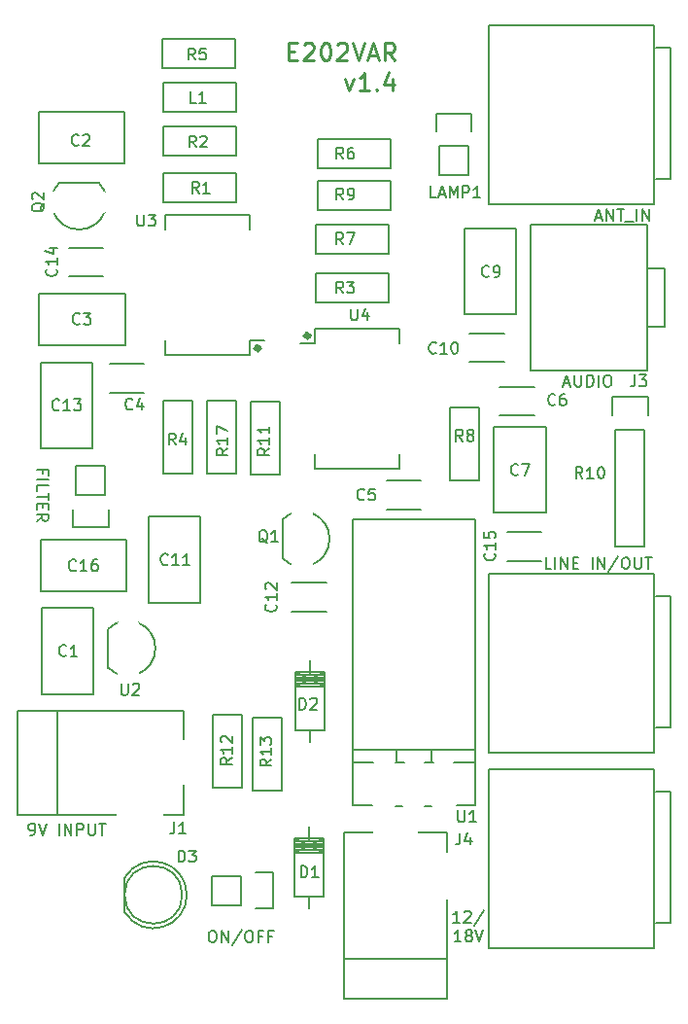
<source format=gto>
%TF.GenerationSoftware,KiCad,Pcbnew,4.0.5-e0-6337~49~ubuntu16.04.1*%
%TF.CreationDate,2017-03-14T11:59:08-07:00*%
%TF.ProjectId,e202var-vlf-radio-receiver,653230327661722D766C662D72616469,v1.4*%
%TF.FileFunction,Legend,Top*%
%FSLAX46Y46*%
G04 Gerber Fmt 4.6, Leading zero omitted, Abs format (unit mm)*
G04 Created by KiCad (PCBNEW 4.0.5-e0-6337~49~ubuntu16.04.1) date Tue Mar 14 11:59:08 2017*
%MOMM*%
%LPD*%
G01*
G04 APERTURE LIST*
%ADD10C,0.350000*%
%ADD11C,0.254000*%
%ADD12C,0.152400*%
%ADD13C,0.508000*%
%ADD14C,0.150000*%
%ADD15O,2.452400X1.752400*%
%ADD16R,2.184400X2.184400*%
%ADD17O,2.184400X2.184400*%
%ADD18C,2.151380*%
%ADD19R,1.752400X1.752400*%
%ADD20C,1.852400*%
%ADD21O,2.152000X1.552000*%
%ADD22O,1.552000X2.152000*%
%ADD23C,5.152400*%
%ADD24R,2.052400X2.152400*%
%ADD25C,2.052400*%
%ADD26R,2.152400X2.152400*%
%ADD27C,2.152400*%
%ADD28C,2.184400*%
%ADD29R,2.151380X2.151380*%
%ADD30C,4.152400*%
%ADD31C,2.336800*%
%ADD32O,7.152640X3.652520*%
%ADD33O,2.651760X1.752600*%
%ADD34O,1.851660X3.652520*%
%ADD35R,7.152400X10.152400*%
G04 APERTURE END LIST*
D10*
D11*
X97136857Y-48718289D02*
X97499714Y-49734289D01*
X97862572Y-48718289D01*
X99241429Y-49734289D02*
X98370572Y-49734289D01*
X98806000Y-49734289D02*
X98806000Y-48210289D01*
X98660857Y-48428003D01*
X98515715Y-48573146D01*
X98370572Y-48645717D01*
X99894572Y-49589146D02*
X99967144Y-49661717D01*
X99894572Y-49734289D01*
X99822001Y-49661717D01*
X99894572Y-49589146D01*
X99894572Y-49734289D01*
X101273429Y-48718289D02*
X101273429Y-49734289D01*
X100910572Y-48137717D02*
X100547715Y-49226289D01*
X101491143Y-49226289D01*
X92265499Y-46307103D02*
X92773499Y-46307103D01*
X92991213Y-47105389D02*
X92265499Y-47105389D01*
X92265499Y-45581389D01*
X92991213Y-45581389D01*
X93571785Y-45726531D02*
X93644356Y-45653960D01*
X93789499Y-45581389D01*
X94152356Y-45581389D01*
X94297499Y-45653960D01*
X94370070Y-45726531D01*
X94442642Y-45871674D01*
X94442642Y-46016817D01*
X94370070Y-46234531D01*
X93499213Y-47105389D01*
X94442642Y-47105389D01*
X95386071Y-45581389D02*
X95531214Y-45581389D01*
X95676357Y-45653960D01*
X95748928Y-45726531D01*
X95821499Y-45871674D01*
X95894071Y-46161960D01*
X95894071Y-46524817D01*
X95821499Y-46815103D01*
X95748928Y-46960246D01*
X95676357Y-47032817D01*
X95531214Y-47105389D01*
X95386071Y-47105389D01*
X95240928Y-47032817D01*
X95168357Y-46960246D01*
X95095785Y-46815103D01*
X95023214Y-46524817D01*
X95023214Y-46161960D01*
X95095785Y-45871674D01*
X95168357Y-45726531D01*
X95240928Y-45653960D01*
X95386071Y-45581389D01*
X96474643Y-45726531D02*
X96547214Y-45653960D01*
X96692357Y-45581389D01*
X97055214Y-45581389D01*
X97200357Y-45653960D01*
X97272928Y-45726531D01*
X97345500Y-45871674D01*
X97345500Y-46016817D01*
X97272928Y-46234531D01*
X96402071Y-47105389D01*
X97345500Y-47105389D01*
X97780929Y-45581389D02*
X98288929Y-47105389D01*
X98796929Y-45581389D01*
X99232358Y-46669960D02*
X99958072Y-46669960D01*
X99087215Y-47105389D02*
X99595215Y-45581389D01*
X100103215Y-47105389D01*
X101482072Y-47105389D02*
X100974072Y-46379674D01*
X100611215Y-47105389D02*
X100611215Y-45581389D01*
X101191787Y-45581389D01*
X101336929Y-45653960D01*
X101409501Y-45726531D01*
X101482072Y-45871674D01*
X101482072Y-46089389D01*
X101409501Y-46234531D01*
X101336929Y-46307103D01*
X101191787Y-46379674D01*
X100611215Y-46379674D01*
D12*
X69667967Y-114553879D02*
X69861491Y-114553879D01*
X69958252Y-114505498D01*
X70006633Y-114457117D01*
X70103395Y-114311974D01*
X70151776Y-114118450D01*
X70151776Y-113731403D01*
X70103395Y-113634641D01*
X70055014Y-113586260D01*
X69958252Y-113537879D01*
X69764729Y-113537879D01*
X69667967Y-113586260D01*
X69619586Y-113634641D01*
X69571205Y-113731403D01*
X69571205Y-113973308D01*
X69619586Y-114070070D01*
X69667967Y-114118450D01*
X69764729Y-114166831D01*
X69958252Y-114166831D01*
X70055014Y-114118450D01*
X70103395Y-114070070D01*
X70151776Y-113973308D01*
X70442062Y-113537879D02*
X70780729Y-114553879D01*
X71119395Y-113537879D01*
X72232157Y-114553879D02*
X72232157Y-113537879D01*
X72715967Y-114553879D02*
X72715967Y-113537879D01*
X73296538Y-114553879D01*
X73296538Y-113537879D01*
X73780348Y-114553879D02*
X73780348Y-113537879D01*
X74167395Y-113537879D01*
X74264157Y-113586260D01*
X74312538Y-113634641D01*
X74360919Y-113731403D01*
X74360919Y-113876546D01*
X74312538Y-113973308D01*
X74264157Y-114021689D01*
X74167395Y-114070070D01*
X73780348Y-114070070D01*
X74796348Y-113537879D02*
X74796348Y-114360355D01*
X74844729Y-114457117D01*
X74893110Y-114505498D01*
X74989872Y-114553879D01*
X75183395Y-114553879D01*
X75280157Y-114505498D01*
X75328538Y-114457117D01*
X75376919Y-114360355D01*
X75376919Y-113537879D01*
X75715586Y-113537879D02*
X76296157Y-113537879D01*
X76005872Y-114553879D02*
X76005872Y-113537879D01*
X116231610Y-75211093D02*
X116715419Y-75211093D01*
X116134848Y-75501379D02*
X116473515Y-74485379D01*
X116812181Y-75501379D01*
X117150848Y-74485379D02*
X117150848Y-75307855D01*
X117199229Y-75404617D01*
X117247610Y-75452998D01*
X117344372Y-75501379D01*
X117537895Y-75501379D01*
X117634657Y-75452998D01*
X117683038Y-75404617D01*
X117731419Y-75307855D01*
X117731419Y-74485379D01*
X118215229Y-75501379D02*
X118215229Y-74485379D01*
X118457134Y-74485379D01*
X118602276Y-74533760D01*
X118699038Y-74630522D01*
X118747419Y-74727284D01*
X118795800Y-74920808D01*
X118795800Y-75065950D01*
X118747419Y-75259474D01*
X118699038Y-75356236D01*
X118602276Y-75452998D01*
X118457134Y-75501379D01*
X118215229Y-75501379D01*
X119231229Y-75501379D02*
X119231229Y-74485379D01*
X119908563Y-74485379D02*
X120102086Y-74485379D01*
X120198848Y-74533760D01*
X120295610Y-74630522D01*
X120343991Y-74824046D01*
X120343991Y-75162712D01*
X120295610Y-75356236D01*
X120198848Y-75452998D01*
X120102086Y-75501379D01*
X119908563Y-75501379D01*
X119811801Y-75452998D01*
X119715039Y-75356236D01*
X119666658Y-75162712D01*
X119666658Y-74824046D01*
X119715039Y-74630522D01*
X119811801Y-74533760D01*
X119908563Y-74485379D01*
X115112800Y-91376379D02*
X114628991Y-91376379D01*
X114628991Y-90360379D01*
X115451467Y-91376379D02*
X115451467Y-90360379D01*
X115935277Y-91376379D02*
X115935277Y-90360379D01*
X116515848Y-91376379D01*
X116515848Y-90360379D01*
X116999658Y-90844189D02*
X117338324Y-90844189D01*
X117483467Y-91376379D02*
X116999658Y-91376379D01*
X116999658Y-90360379D01*
X117483467Y-90360379D01*
X118692991Y-91376379D02*
X118692991Y-90360379D01*
X119176801Y-91376379D02*
X119176801Y-90360379D01*
X119757372Y-91376379D01*
X119757372Y-90360379D01*
X120966896Y-90311998D02*
X120096039Y-91618284D01*
X121499087Y-90360379D02*
X121692610Y-90360379D01*
X121789372Y-90408760D01*
X121886134Y-90505522D01*
X121934515Y-90699046D01*
X121934515Y-91037712D01*
X121886134Y-91231236D01*
X121789372Y-91327998D01*
X121692610Y-91376379D01*
X121499087Y-91376379D01*
X121402325Y-91327998D01*
X121305563Y-91231236D01*
X121257182Y-91037712D01*
X121257182Y-90699046D01*
X121305563Y-90505522D01*
X121402325Y-90408760D01*
X121499087Y-90360379D01*
X122369944Y-90360379D02*
X122369944Y-91182855D01*
X122418325Y-91279617D01*
X122466706Y-91327998D01*
X122563468Y-91376379D01*
X122756991Y-91376379D01*
X122853753Y-91327998D01*
X122902134Y-91279617D01*
X122950515Y-91182855D01*
X122950515Y-90360379D01*
X123289182Y-90360379D02*
X123869753Y-90360379D01*
X123579468Y-91376379D02*
X123579468Y-90360379D01*
X119013515Y-60796593D02*
X119497324Y-60796593D01*
X118916753Y-61086879D02*
X119255420Y-60070879D01*
X119594086Y-61086879D01*
X119932753Y-61086879D02*
X119932753Y-60070879D01*
X120513324Y-61086879D01*
X120513324Y-60070879D01*
X120851991Y-60070879D02*
X121432562Y-60070879D01*
X121142277Y-61086879D02*
X121142277Y-60070879D01*
X121529324Y-61183641D02*
X122303419Y-61183641D01*
X122545324Y-61086879D02*
X122545324Y-60070879D01*
X123029134Y-61086879D02*
X123029134Y-60070879D01*
X123609705Y-61086879D01*
X123609705Y-60070879D01*
X107148086Y-122161179D02*
X106567515Y-122161179D01*
X106857801Y-122161179D02*
X106857801Y-121145179D01*
X106761039Y-121290322D01*
X106664277Y-121387084D01*
X106567515Y-121435465D01*
X107535134Y-121241941D02*
X107583515Y-121193560D01*
X107680277Y-121145179D01*
X107922181Y-121145179D01*
X108018943Y-121193560D01*
X108067324Y-121241941D01*
X108115705Y-121338703D01*
X108115705Y-121435465D01*
X108067324Y-121580608D01*
X107486753Y-122161179D01*
X108115705Y-122161179D01*
X109276848Y-121096798D02*
X108405991Y-122403084D01*
X107244848Y-123837579D02*
X106664277Y-123837579D01*
X106954563Y-123837579D02*
X106954563Y-122821579D01*
X106857801Y-122966722D01*
X106761039Y-123063484D01*
X106664277Y-123111865D01*
X107825420Y-123257008D02*
X107728658Y-123208627D01*
X107680277Y-123160246D01*
X107631896Y-123063484D01*
X107631896Y-123015103D01*
X107680277Y-122918341D01*
X107728658Y-122869960D01*
X107825420Y-122821579D01*
X108018943Y-122821579D01*
X108115705Y-122869960D01*
X108164086Y-122918341D01*
X108212467Y-123015103D01*
X108212467Y-123063484D01*
X108164086Y-123160246D01*
X108115705Y-123208627D01*
X108018943Y-123257008D01*
X107825420Y-123257008D01*
X107728658Y-123305389D01*
X107680277Y-123353770D01*
X107631896Y-123450531D01*
X107631896Y-123644055D01*
X107680277Y-123740817D01*
X107728658Y-123789198D01*
X107825420Y-123837579D01*
X108018943Y-123837579D01*
X108115705Y-123789198D01*
X108164086Y-123740817D01*
X108212467Y-123644055D01*
X108212467Y-123450531D01*
X108164086Y-123353770D01*
X108115705Y-123305389D01*
X108018943Y-123257008D01*
X108502753Y-122821579D02*
X108841420Y-123837579D01*
X109180086Y-122821579D01*
X70798871Y-83085093D02*
X70798871Y-82746427D01*
X70266681Y-82746427D02*
X71282681Y-82746427D01*
X71282681Y-83230236D01*
X70266681Y-83617284D02*
X71282681Y-83617284D01*
X70266681Y-84584903D02*
X70266681Y-84101094D01*
X71282681Y-84101094D01*
X71282681Y-84778427D02*
X71282681Y-85358998D01*
X70266681Y-85068713D02*
X71282681Y-85068713D01*
X70798871Y-85697665D02*
X70798871Y-86036331D01*
X70266681Y-86181474D02*
X70266681Y-85697665D01*
X71282681Y-85697665D01*
X71282681Y-86181474D01*
X70266681Y-87197474D02*
X70750490Y-86858808D01*
X70266681Y-86616903D02*
X71282681Y-86616903D01*
X71282681Y-87003950D01*
X71234300Y-87100712D01*
X71185919Y-87149093D01*
X71089157Y-87197474D01*
X70944014Y-87197474D01*
X70847252Y-87149093D01*
X70798871Y-87100712D01*
X70750490Y-87003950D01*
X70750490Y-86616903D01*
X85502690Y-122872379D02*
X85696213Y-122872379D01*
X85792975Y-122920760D01*
X85889737Y-123017522D01*
X85938118Y-123211046D01*
X85938118Y-123549712D01*
X85889737Y-123743236D01*
X85792975Y-123839998D01*
X85696213Y-123888379D01*
X85502690Y-123888379D01*
X85405928Y-123839998D01*
X85309166Y-123743236D01*
X85260785Y-123549712D01*
X85260785Y-123211046D01*
X85309166Y-123017522D01*
X85405928Y-122920760D01*
X85502690Y-122872379D01*
X86373547Y-123888379D02*
X86373547Y-122872379D01*
X86954118Y-123888379D01*
X86954118Y-122872379D01*
X88163642Y-122823998D02*
X87292785Y-124130284D01*
X88695833Y-122872379D02*
X88889356Y-122872379D01*
X88986118Y-122920760D01*
X89082880Y-123017522D01*
X89131261Y-123211046D01*
X89131261Y-123549712D01*
X89082880Y-123743236D01*
X88986118Y-123839998D01*
X88889356Y-123888379D01*
X88695833Y-123888379D01*
X88599071Y-123839998D01*
X88502309Y-123743236D01*
X88453928Y-123549712D01*
X88453928Y-123211046D01*
X88502309Y-123017522D01*
X88599071Y-122920760D01*
X88695833Y-122872379D01*
X89905356Y-123356189D02*
X89566690Y-123356189D01*
X89566690Y-123888379D02*
X89566690Y-122872379D01*
X90050499Y-122872379D01*
X90776213Y-123356189D02*
X90437547Y-123356189D01*
X90437547Y-123888379D02*
X90437547Y-122872379D01*
X90921356Y-122872379D01*
D13*
X89662786Y-72161400D02*
G75*
G03X89662786Y-72161400I-148106J0D01*
G01*
D14*
X88820880Y-72754600D02*
X88820880Y-71484600D01*
X81470880Y-72754600D02*
X81470880Y-71484600D01*
X81470880Y-60544600D02*
X81470880Y-61814600D01*
X88820880Y-60544600D02*
X88820880Y-61814600D01*
X88820880Y-72754600D02*
X81470880Y-72754600D01*
X88820880Y-60544600D02*
X81470880Y-60544600D01*
X88820880Y-71484600D02*
X90105880Y-71484600D01*
X73710800Y-84947760D02*
X73710800Y-82407760D01*
X73430800Y-87767760D02*
X73430800Y-86217760D01*
X73710800Y-84947760D02*
X76250800Y-84947760D01*
X76530800Y-86217760D02*
X76530800Y-87767760D01*
X76530800Y-87767760D02*
X73430800Y-87767760D01*
X76250800Y-84947760D02*
X76250800Y-82407760D01*
X76250800Y-82407760D02*
X73710800Y-82407760D01*
X89077800Y-110648260D02*
X89077800Y-104298260D01*
X89077800Y-104298260D02*
X91617800Y-104298260D01*
X91617800Y-104298260D02*
X91617800Y-110648260D01*
X91617800Y-110648260D02*
X89077800Y-110648260D01*
X81335880Y-52862480D02*
X87685880Y-52862480D01*
X87685880Y-52862480D02*
X87685880Y-55402480D01*
X87685880Y-55402480D02*
X81335880Y-55402480D01*
X81335880Y-55402480D02*
X81335880Y-52862480D01*
X79635800Y-76037760D02*
X76635800Y-76037760D01*
X76635800Y-73537760D02*
X79635800Y-73537760D01*
X103765800Y-86197760D02*
X100765800Y-86197760D01*
X100765800Y-83697760D02*
X103765800Y-83697760D01*
X113608300Y-78006260D02*
X110608300Y-78006260D01*
X110608300Y-75506260D02*
X113608300Y-75506260D01*
X108004800Y-70870760D02*
X111004800Y-70870760D01*
X111004800Y-73370760D02*
X108004800Y-73370760D01*
X92510800Y-92587760D02*
X95510800Y-92587760D01*
X95510800Y-95087760D02*
X92510800Y-95087760D01*
X88069420Y-120634760D02*
X85529420Y-120634760D01*
X90889420Y-120914760D02*
X89339420Y-120914760D01*
X88069420Y-120634760D02*
X88069420Y-118094760D01*
X89339420Y-117814760D02*
X90889420Y-117814760D01*
X90889420Y-117814760D02*
X90889420Y-120914760D01*
X88069420Y-118094760D02*
X85529420Y-118094760D01*
X85529420Y-118094760D02*
X85529420Y-120634760D01*
X107878880Y-54564280D02*
X107878880Y-57104280D01*
X108158880Y-51744280D02*
X108158880Y-53294280D01*
X107878880Y-54564280D02*
X105338880Y-54564280D01*
X105058880Y-53294280D02*
X105058880Y-51744280D01*
X105058880Y-51744280D02*
X108158880Y-51744280D01*
X105338880Y-54564280D02*
X105338880Y-57104280D01*
X105338880Y-57104280D02*
X107878880Y-57104280D01*
X91695800Y-87057760D02*
X91695800Y-90457760D01*
X91698744Y-87060704D02*
G75*
G02X95795800Y-88757760I1697056J-1697056D01*
G01*
X91698744Y-90454816D02*
G75*
G03X95795800Y-88757760I1697056J1697056D01*
G01*
X75664800Y-57720760D02*
X72264800Y-57720760D01*
X75661856Y-57723704D02*
G75*
G02X73964800Y-61820760I-1697056J-1697056D01*
G01*
X72267744Y-57723704D02*
G75*
G03X73964800Y-61820760I1697056J-1697056D01*
G01*
X87680800Y-59420760D02*
X81330800Y-59420760D01*
X81330800Y-59420760D02*
X81330800Y-56880760D01*
X81330800Y-56880760D02*
X87680800Y-56880760D01*
X87680800Y-56880760D02*
X87680800Y-59420760D01*
X94614220Y-65653920D02*
X100964220Y-65653920D01*
X100964220Y-65653920D02*
X100964220Y-68193920D01*
X100964220Y-68193920D02*
X94614220Y-68193920D01*
X94614220Y-68193920D02*
X94614220Y-65653920D01*
X83870800Y-76692760D02*
X83870800Y-83042760D01*
X83870800Y-83042760D02*
X81330800Y-83042760D01*
X81330800Y-83042760D02*
X81330800Y-76692760D01*
X81330800Y-76692760D02*
X83870800Y-76692760D01*
X81236040Y-45189140D02*
X87586040Y-45189140D01*
X87586040Y-45189140D02*
X87586040Y-47729140D01*
X87586040Y-47729140D02*
X81236040Y-47729140D01*
X81236040Y-47729140D02*
X81236040Y-45189140D01*
X101133420Y-56471820D02*
X94783420Y-56471820D01*
X94783420Y-56471820D02*
X94783420Y-53931820D01*
X94783420Y-53931820D02*
X101133420Y-53931820D01*
X101133420Y-53931820D02*
X101133420Y-56471820D01*
X94630240Y-61414660D02*
X100980240Y-61414660D01*
X100980240Y-61414660D02*
X100980240Y-63954660D01*
X100980240Y-63954660D02*
X94630240Y-63954660D01*
X94630240Y-63954660D02*
X94630240Y-61414660D01*
X108826300Y-77327760D02*
X108826300Y-83677760D01*
X108826300Y-83677760D02*
X106286300Y-83677760D01*
X106286300Y-83677760D02*
X106286300Y-77327760D01*
X106286300Y-77327760D02*
X108826300Y-77327760D01*
X101133420Y-60137040D02*
X94783420Y-60137040D01*
X94783420Y-60137040D02*
X94783420Y-57597040D01*
X94783420Y-57597040D02*
X101133420Y-57597040D01*
X101133420Y-57597040D02*
X101133420Y-60137040D01*
X88950800Y-83152760D02*
X88950800Y-76802760D01*
X88950800Y-76802760D02*
X91490800Y-76802760D01*
X91490800Y-76802760D02*
X91490800Y-83152760D01*
X91490800Y-83152760D02*
X88950800Y-83152760D01*
X88125300Y-104061260D02*
X88125300Y-110411260D01*
X88125300Y-110411260D02*
X85585300Y-110411260D01*
X85585300Y-110411260D02*
X85585300Y-104061260D01*
X85585300Y-104061260D02*
X88125300Y-104061260D01*
X85140800Y-83042760D02*
X85140800Y-76692760D01*
X85140800Y-76692760D02*
X87680800Y-76692760D01*
X87680800Y-76692760D02*
X87680800Y-83042760D01*
X87680800Y-83042760D02*
X85140800Y-83042760D01*
X76519300Y-96582760D02*
X76519300Y-99982760D01*
X76522244Y-96585704D02*
G75*
G02X80619300Y-98282760I1697056J-1697056D01*
G01*
X76522244Y-99979816D02*
G75*
G03X80619300Y-98282760I1697056J1697056D01*
G01*
X87680800Y-51546760D02*
X81330800Y-51546760D01*
X81330800Y-51546760D02*
X81330800Y-49006760D01*
X81330800Y-49006760D02*
X87680800Y-49006760D01*
X87680800Y-49006760D02*
X87680800Y-51546760D01*
X77956912Y-121270664D02*
G75*
G03X77941800Y-118245760I2484888J1524904D01*
G01*
X77941800Y-121245760D02*
X77941800Y-118245760D01*
X82959736Y-119745760D02*
G75*
G03X82959736Y-119745760I-2517936J0D01*
G01*
X84533300Y-86825760D02*
X84533300Y-94325760D01*
X84533300Y-94325760D02*
X80033300Y-94325760D01*
X80033300Y-94325760D02*
X80033300Y-86825760D01*
X80033300Y-86825760D02*
X84533300Y-86825760D01*
D13*
X93990946Y-71071740D02*
G75*
G03X93990946Y-71071740I-148106J0D01*
G01*
D14*
X94536640Y-70478540D02*
X94536640Y-71748540D01*
X101886640Y-70478540D02*
X101886640Y-71748540D01*
X101886640Y-82688540D02*
X101886640Y-81418540D01*
X94536640Y-82688540D02*
X94536640Y-81418540D01*
X94536640Y-70478540D02*
X101886640Y-70478540D01*
X94536640Y-82688540D02*
X101886640Y-82688540D01*
X94536640Y-71748540D02*
X93251640Y-71748540D01*
X120420800Y-77962760D02*
X120420800Y-76412760D01*
X120420800Y-76412760D02*
X123520800Y-76412760D01*
X123520800Y-76412760D02*
X123520800Y-77962760D01*
X123240800Y-79232760D02*
X123240800Y-89392760D01*
X123240800Y-89392760D02*
X120700800Y-89392760D01*
X120700800Y-89392760D02*
X120700800Y-79232760D01*
X123240800Y-79232760D02*
X120700800Y-79232760D01*
X94066360Y-105407460D02*
X94066360Y-106423460D01*
X94066360Y-100581460D02*
X94066360Y-99311460D01*
X95336360Y-100835460D02*
X92796360Y-100835460D01*
X95336360Y-101089460D02*
X92796360Y-101089460D01*
X95336360Y-101343460D02*
X92796360Y-101343460D01*
X95336360Y-100581460D02*
X92796360Y-100581460D01*
X95336360Y-101597460D02*
X92796360Y-100327460D01*
X95336360Y-100327460D02*
X92796360Y-101597460D01*
X95336360Y-101597460D02*
X92796360Y-101597460D01*
X95336360Y-100962460D02*
X92796360Y-100962460D01*
X92796360Y-100327460D02*
X95336360Y-100327460D01*
X95336360Y-100327460D02*
X95336360Y-105407460D01*
X95336360Y-105407460D02*
X92796360Y-105407460D01*
X92796360Y-105407460D02*
X92796360Y-100327460D01*
X94030800Y-119872760D02*
X94030800Y-120888760D01*
X94030800Y-115046760D02*
X94030800Y-113776760D01*
X95300800Y-115300760D02*
X92760800Y-115300760D01*
X95300800Y-115554760D02*
X92760800Y-115554760D01*
X95300800Y-115808760D02*
X92760800Y-115808760D01*
X95300800Y-115046760D02*
X92760800Y-115046760D01*
X95300800Y-116062760D02*
X92760800Y-114792760D01*
X95300800Y-114792760D02*
X92760800Y-116062760D01*
X95300800Y-116062760D02*
X92760800Y-116062760D01*
X95300800Y-115427760D02*
X92760800Y-115427760D01*
X92760800Y-114792760D02*
X95300800Y-114792760D01*
X95300800Y-114792760D02*
X95300800Y-119872760D01*
X95300800Y-119872760D02*
X92760800Y-119872760D01*
X92760800Y-119872760D02*
X92760800Y-114792760D01*
X78119300Y-93357260D02*
X70619300Y-93357260D01*
X70619300Y-93357260D02*
X70619300Y-88857260D01*
X70619300Y-88857260D02*
X78119300Y-88857260D01*
X78119300Y-88857260D02*
X78119300Y-93357260D01*
X75148000Y-73412020D02*
X75148000Y-80912020D01*
X75148000Y-80912020D02*
X70648000Y-80912020D01*
X70648000Y-80912020D02*
X70648000Y-73412020D01*
X70648000Y-73412020D02*
X75148000Y-73412020D01*
X107528800Y-69226760D02*
X107528800Y-61726760D01*
X107528800Y-61726760D02*
X112028800Y-61726760D01*
X112028800Y-61726760D02*
X112028800Y-69226760D01*
X112028800Y-69226760D02*
X107528800Y-69226760D01*
X114632300Y-78998760D02*
X114632300Y-86498760D01*
X114632300Y-86498760D02*
X110132300Y-86498760D01*
X110132300Y-86498760D02*
X110132300Y-78998760D01*
X110132300Y-78998760D02*
X114632300Y-78998760D01*
X70489760Y-67376480D02*
X77989760Y-67376480D01*
X77989760Y-67376480D02*
X77989760Y-71876480D01*
X77989760Y-71876480D02*
X70489760Y-71876480D01*
X70489760Y-71876480D02*
X70489760Y-67376480D01*
X77928800Y-56082760D02*
X70428800Y-56082760D01*
X70428800Y-56082760D02*
X70428800Y-51582760D01*
X70428800Y-51582760D02*
X77928800Y-51582760D01*
X77928800Y-51582760D02*
X77928800Y-56082760D01*
X75198800Y-94763260D02*
X75198800Y-102263260D01*
X75198800Y-102263260D02*
X70698800Y-102263260D01*
X70698800Y-102263260D02*
X70698800Y-94763260D01*
X70698800Y-94763260D02*
X75198800Y-94763260D01*
X72082660Y-103751380D02*
X72082660Y-112753140D01*
X68582540Y-103751380D02*
X68582540Y-112753140D01*
X68582540Y-112753140D02*
X83083400Y-112753140D01*
X83083400Y-112753140D02*
X83083400Y-103751380D01*
X83083400Y-103751380D02*
X68582540Y-103751380D01*
X97022920Y-125295660D02*
X106024680Y-125295660D01*
X97022920Y-128795780D02*
X106024680Y-128795780D01*
X106024680Y-128795780D02*
X106024680Y-114294920D01*
X106024680Y-114294920D02*
X97022920Y-114294920D01*
X97022920Y-114294920D02*
X97022920Y-128795780D01*
D12*
X124985780Y-65244980D02*
X123461780Y-65244980D01*
X124985780Y-70324980D02*
X124985780Y-65244980D01*
X123461780Y-70324980D02*
X124985780Y-70324980D01*
X123461780Y-61434980D02*
X113301780Y-61434980D01*
X123461780Y-74134980D02*
X123461780Y-61434980D01*
X113301780Y-74134980D02*
X123461780Y-74134980D01*
X113301780Y-61434980D02*
X113301780Y-74134980D01*
X125526800Y-110728760D02*
X124256800Y-110728760D01*
X125526800Y-122158760D02*
X125526800Y-110728760D01*
X124256800Y-122158760D02*
X125526800Y-122158760D01*
D14*
X109689900Y-108770420D02*
X109689900Y-124371100D01*
X109689900Y-124371100D02*
X124091700Y-124371100D01*
X124091700Y-124371100D02*
X124091700Y-108770420D01*
X124091700Y-108770420D02*
X109689900Y-108770420D01*
D12*
X125501400Y-45976540D02*
X124231400Y-45976540D01*
X125501400Y-57406540D02*
X125501400Y-45976540D01*
X124231400Y-57406540D02*
X125501400Y-57406540D01*
D14*
X109664500Y-44018200D02*
X109664500Y-59618880D01*
X109664500Y-59618880D02*
X124066300Y-59618880D01*
X124066300Y-59618880D02*
X124066300Y-44018200D01*
X124066300Y-44018200D02*
X109664500Y-44018200D01*
D12*
X125526800Y-93710760D02*
X124256800Y-93710760D01*
X125526800Y-105140760D02*
X125526800Y-93710760D01*
X124256800Y-105140760D02*
X125526800Y-105140760D01*
D14*
X109689900Y-91752420D02*
X109689900Y-107353100D01*
X109689900Y-107353100D02*
X124091700Y-107353100D01*
X124091700Y-107353100D02*
X124091700Y-91752420D01*
X124091700Y-91752420D02*
X109689900Y-91752420D01*
D12*
X97840800Y-87043260D02*
X108508800Y-87043260D01*
X108508800Y-107109260D02*
X108508800Y-87043260D01*
D14*
X108508800Y-108252260D02*
X106603800Y-108252260D01*
X104063800Y-108252260D02*
X104825800Y-108252260D01*
X101650800Y-108252260D02*
X101523800Y-108252260D01*
X101650800Y-108252260D02*
X102285800Y-108252260D01*
X97840800Y-108252260D02*
X99618800Y-108252260D01*
X97840800Y-111935260D02*
X99491800Y-111935260D01*
X102158800Y-112062260D02*
X101523800Y-112062260D01*
X104698800Y-112062260D02*
X104063800Y-112062260D01*
X108508800Y-111935260D02*
X106857800Y-111935260D01*
X101650800Y-107109260D02*
X101650800Y-108252260D01*
X104698800Y-107109260D02*
X104698800Y-108252260D01*
X108508800Y-108252260D02*
X108508800Y-111935260D01*
X97840800Y-111935260D02*
X97840800Y-108252260D01*
X108508800Y-107109260D02*
X108508800Y-108252260D01*
X97840800Y-108252260D02*
X97840800Y-107109260D01*
X103174800Y-107109260D02*
X97840800Y-107109260D01*
X103174800Y-107109260D02*
X108508800Y-107109260D01*
D12*
X97840800Y-107109260D02*
X97840800Y-87043260D01*
D14*
X76056300Y-65915860D02*
X73056300Y-65915860D01*
X73056300Y-63415860D02*
X76056300Y-63415860D01*
X114243300Y-90680860D02*
X111243300Y-90680860D01*
X111243300Y-88180860D02*
X114243300Y-88180860D01*
X79044895Y-60524141D02*
X79044895Y-61333665D01*
X79092514Y-61428903D01*
X79140133Y-61476522D01*
X79235371Y-61524141D01*
X79425848Y-61524141D01*
X79521086Y-61476522D01*
X79568705Y-61428903D01*
X79616324Y-61333665D01*
X79616324Y-60524141D01*
X79997276Y-60524141D02*
X80616324Y-60524141D01*
X80282990Y-60905093D01*
X80425848Y-60905093D01*
X80521086Y-60952712D01*
X80568705Y-61000331D01*
X80616324Y-61095570D01*
X80616324Y-61333665D01*
X80568705Y-61428903D01*
X80521086Y-61476522D01*
X80425848Y-61524141D01*
X80140133Y-61524141D01*
X80044895Y-61476522D01*
X79997276Y-61428903D01*
X90736681Y-107942617D02*
X90260490Y-108275951D01*
X90736681Y-108514046D02*
X89736681Y-108514046D01*
X89736681Y-108133093D01*
X89784300Y-108037855D01*
X89831919Y-107990236D01*
X89927157Y-107942617D01*
X90070014Y-107942617D01*
X90165252Y-107990236D01*
X90212871Y-108037855D01*
X90260490Y-108133093D01*
X90260490Y-108514046D01*
X90736681Y-106990236D02*
X90736681Y-107561665D01*
X90736681Y-107275951D02*
X89736681Y-107275951D01*
X89879538Y-107371189D01*
X89974776Y-107466427D01*
X90022395Y-107561665D01*
X89736681Y-106656903D02*
X89736681Y-106037855D01*
X90117633Y-106371189D01*
X90117633Y-106228331D01*
X90165252Y-106133093D01*
X90212871Y-106085474D01*
X90308110Y-106037855D01*
X90546205Y-106037855D01*
X90641443Y-106085474D01*
X90689062Y-106133093D01*
X90736681Y-106228331D01*
X90736681Y-106514046D01*
X90689062Y-106609284D01*
X90641443Y-106656903D01*
X84148634Y-54666141D02*
X83815300Y-54189950D01*
X83577205Y-54666141D02*
X83577205Y-53666141D01*
X83958158Y-53666141D01*
X84053396Y-53713760D01*
X84101015Y-53761379D01*
X84148634Y-53856617D01*
X84148634Y-53999474D01*
X84101015Y-54094712D01*
X84053396Y-54142331D01*
X83958158Y-54189950D01*
X83577205Y-54189950D01*
X84529586Y-53761379D02*
X84577205Y-53713760D01*
X84672443Y-53666141D01*
X84910539Y-53666141D01*
X85005777Y-53713760D01*
X85053396Y-53761379D01*
X85101015Y-53856617D01*
X85101015Y-53951855D01*
X85053396Y-54094712D01*
X84481967Y-54666141D01*
X85101015Y-54666141D01*
X78624134Y-77430903D02*
X78576515Y-77478522D01*
X78433658Y-77526141D01*
X78338420Y-77526141D01*
X78195562Y-77478522D01*
X78100324Y-77383284D01*
X78052705Y-77288046D01*
X78005086Y-77097570D01*
X78005086Y-76954712D01*
X78052705Y-76764236D01*
X78100324Y-76668998D01*
X78195562Y-76573760D01*
X78338420Y-76526141D01*
X78433658Y-76526141D01*
X78576515Y-76573760D01*
X78624134Y-76621379D01*
X79481277Y-76859474D02*
X79481277Y-77526141D01*
X79243181Y-76478522D02*
X79005086Y-77192808D01*
X79624134Y-77192808D01*
X98817134Y-85304903D02*
X98769515Y-85352522D01*
X98626658Y-85400141D01*
X98531420Y-85400141D01*
X98388562Y-85352522D01*
X98293324Y-85257284D01*
X98245705Y-85162046D01*
X98198086Y-84971570D01*
X98198086Y-84828712D01*
X98245705Y-84638236D01*
X98293324Y-84542998D01*
X98388562Y-84447760D01*
X98531420Y-84400141D01*
X98626658Y-84400141D01*
X98769515Y-84447760D01*
X98817134Y-84495379D01*
X99721896Y-84400141D02*
X99245705Y-84400141D01*
X99198086Y-84876331D01*
X99245705Y-84828712D01*
X99340943Y-84781093D01*
X99579039Y-84781093D01*
X99674277Y-84828712D01*
X99721896Y-84876331D01*
X99769515Y-84971570D01*
X99769515Y-85209665D01*
X99721896Y-85304903D01*
X99674277Y-85352522D01*
X99579039Y-85400141D01*
X99340943Y-85400141D01*
X99245705Y-85352522D01*
X99198086Y-85304903D01*
X115454134Y-77049903D02*
X115406515Y-77097522D01*
X115263658Y-77145141D01*
X115168420Y-77145141D01*
X115025562Y-77097522D01*
X114930324Y-77002284D01*
X114882705Y-76907046D01*
X114835086Y-76716570D01*
X114835086Y-76573712D01*
X114882705Y-76383236D01*
X114930324Y-76287998D01*
X115025562Y-76192760D01*
X115168420Y-76145141D01*
X115263658Y-76145141D01*
X115406515Y-76192760D01*
X115454134Y-76240379D01*
X116311277Y-76145141D02*
X116120800Y-76145141D01*
X116025562Y-76192760D01*
X115977943Y-76240379D01*
X115882705Y-76383236D01*
X115835086Y-76573712D01*
X115835086Y-76954665D01*
X115882705Y-77049903D01*
X115930324Y-77097522D01*
X116025562Y-77145141D01*
X116216039Y-77145141D01*
X116311277Y-77097522D01*
X116358896Y-77049903D01*
X116406515Y-76954665D01*
X116406515Y-76716570D01*
X116358896Y-76621331D01*
X116311277Y-76573712D01*
X116216039Y-76526093D01*
X116025562Y-76526093D01*
X115930324Y-76573712D01*
X115882705Y-76621331D01*
X115835086Y-76716570D01*
X105071943Y-72541403D02*
X105024324Y-72589022D01*
X104881467Y-72636641D01*
X104786229Y-72636641D01*
X104643371Y-72589022D01*
X104548133Y-72493784D01*
X104500514Y-72398546D01*
X104452895Y-72208070D01*
X104452895Y-72065212D01*
X104500514Y-71874736D01*
X104548133Y-71779498D01*
X104643371Y-71684260D01*
X104786229Y-71636641D01*
X104881467Y-71636641D01*
X105024324Y-71684260D01*
X105071943Y-71731879D01*
X106024324Y-72636641D02*
X105452895Y-72636641D01*
X105738609Y-72636641D02*
X105738609Y-71636641D01*
X105643371Y-71779498D01*
X105548133Y-71874736D01*
X105452895Y-71922355D01*
X106643371Y-71636641D02*
X106738610Y-71636641D01*
X106833848Y-71684260D01*
X106881467Y-71731879D01*
X106929086Y-71827117D01*
X106976705Y-72017593D01*
X106976705Y-72255689D01*
X106929086Y-72446165D01*
X106881467Y-72541403D01*
X106833848Y-72589022D01*
X106738610Y-72636641D01*
X106643371Y-72636641D01*
X106548133Y-72589022D01*
X106500514Y-72541403D01*
X106452895Y-72446165D01*
X106405276Y-72255689D01*
X106405276Y-72017593D01*
X106452895Y-71827117D01*
X106500514Y-71731879D01*
X106548133Y-71684260D01*
X106643371Y-71636641D01*
X91085943Y-94480617D02*
X91133562Y-94528236D01*
X91181181Y-94671093D01*
X91181181Y-94766331D01*
X91133562Y-94909189D01*
X91038324Y-95004427D01*
X90943086Y-95052046D01*
X90752610Y-95099665D01*
X90609752Y-95099665D01*
X90419276Y-95052046D01*
X90324038Y-95004427D01*
X90228800Y-94909189D01*
X90181181Y-94766331D01*
X90181181Y-94671093D01*
X90228800Y-94528236D01*
X90276419Y-94480617D01*
X91181181Y-93528236D02*
X91181181Y-94099665D01*
X91181181Y-93813951D02*
X90181181Y-93813951D01*
X90324038Y-93909189D01*
X90419276Y-94004427D01*
X90466895Y-94099665D01*
X90276419Y-93147284D02*
X90228800Y-93099665D01*
X90181181Y-93004427D01*
X90181181Y-92766331D01*
X90228800Y-92671093D01*
X90276419Y-92623474D01*
X90371657Y-92575855D01*
X90466895Y-92575855D01*
X90609752Y-92623474D01*
X91181181Y-93194903D01*
X91181181Y-92575855D01*
X105064134Y-59047641D02*
X104587943Y-59047641D01*
X104587943Y-58047641D01*
X105349848Y-58761927D02*
X105826039Y-58761927D01*
X105254610Y-59047641D02*
X105587943Y-58047641D01*
X105921277Y-59047641D01*
X106254610Y-59047641D02*
X106254610Y-58047641D01*
X106587944Y-58761927D01*
X106921277Y-58047641D01*
X106921277Y-59047641D01*
X107397467Y-59047641D02*
X107397467Y-58047641D01*
X107778420Y-58047641D01*
X107873658Y-58095260D01*
X107921277Y-58142879D01*
X107968896Y-58238117D01*
X107968896Y-58380974D01*
X107921277Y-58476212D01*
X107873658Y-58523831D01*
X107778420Y-58571450D01*
X107397467Y-58571450D01*
X108921277Y-59047641D02*
X108349848Y-59047641D01*
X108635562Y-59047641D02*
X108635562Y-58047641D01*
X108540324Y-58190498D01*
X108445086Y-58285736D01*
X108349848Y-58333355D01*
X90379562Y-89114879D02*
X90284324Y-89067260D01*
X90189086Y-88972022D01*
X90046229Y-88829165D01*
X89950990Y-88781546D01*
X89855752Y-88781546D01*
X89903371Y-89019641D02*
X89808133Y-88972022D01*
X89712895Y-88876784D01*
X89665276Y-88686308D01*
X89665276Y-88352974D01*
X89712895Y-88162498D01*
X89808133Y-88067260D01*
X89903371Y-88019641D01*
X90093848Y-88019641D01*
X90189086Y-88067260D01*
X90284324Y-88162498D01*
X90331943Y-88352974D01*
X90331943Y-88686308D01*
X90284324Y-88876784D01*
X90189086Y-88972022D01*
X90093848Y-89019641D01*
X89903371Y-89019641D01*
X91284324Y-89019641D02*
X90712895Y-89019641D01*
X90998609Y-89019641D02*
X90998609Y-88019641D01*
X90903371Y-88162498D01*
X90808133Y-88257736D01*
X90712895Y-88305355D01*
X70956419Y-59515998D02*
X70908800Y-59611236D01*
X70813562Y-59706474D01*
X70670705Y-59849331D01*
X70623086Y-59944570D01*
X70623086Y-60039808D01*
X70861181Y-59992189D02*
X70813562Y-60087427D01*
X70718324Y-60182665D01*
X70527848Y-60230284D01*
X70194514Y-60230284D01*
X70004038Y-60182665D01*
X69908800Y-60087427D01*
X69861181Y-59992189D01*
X69861181Y-59801712D01*
X69908800Y-59706474D01*
X70004038Y-59611236D01*
X70194514Y-59563617D01*
X70527848Y-59563617D01*
X70718324Y-59611236D01*
X70813562Y-59706474D01*
X70861181Y-59801712D01*
X70861181Y-59992189D01*
X69956419Y-59182665D02*
X69908800Y-59135046D01*
X69861181Y-59039808D01*
X69861181Y-58801712D01*
X69908800Y-58706474D01*
X69956419Y-58658855D01*
X70051657Y-58611236D01*
X70146895Y-58611236D01*
X70289752Y-58658855D01*
X70861181Y-59230284D01*
X70861181Y-58611236D01*
X84402634Y-58666641D02*
X84069300Y-58190450D01*
X83831205Y-58666641D02*
X83831205Y-57666641D01*
X84212158Y-57666641D01*
X84307396Y-57714260D01*
X84355015Y-57761879D01*
X84402634Y-57857117D01*
X84402634Y-57999974D01*
X84355015Y-58095212D01*
X84307396Y-58142831D01*
X84212158Y-58190450D01*
X83831205Y-58190450D01*
X85355015Y-58666641D02*
X84783586Y-58666641D01*
X85069300Y-58666641D02*
X85069300Y-57666641D01*
X84974062Y-57809498D01*
X84878824Y-57904736D01*
X84783586Y-57952355D01*
X96975634Y-67366141D02*
X96642300Y-66889950D01*
X96404205Y-67366141D02*
X96404205Y-66366141D01*
X96785158Y-66366141D01*
X96880396Y-66413760D01*
X96928015Y-66461379D01*
X96975634Y-66556617D01*
X96975634Y-66699474D01*
X96928015Y-66794712D01*
X96880396Y-66842331D01*
X96785158Y-66889950D01*
X96404205Y-66889950D01*
X97308967Y-66366141D02*
X97928015Y-66366141D01*
X97594681Y-66747093D01*
X97737539Y-66747093D01*
X97832777Y-66794712D01*
X97880396Y-66842331D01*
X97928015Y-66937570D01*
X97928015Y-67175665D01*
X97880396Y-67270903D01*
X97832777Y-67318522D01*
X97737539Y-67366141D01*
X97451824Y-67366141D01*
X97356586Y-67318522D01*
X97308967Y-67270903D01*
X82370634Y-80574141D02*
X82037300Y-80097950D01*
X81799205Y-80574141D02*
X81799205Y-79574141D01*
X82180158Y-79574141D01*
X82275396Y-79621760D01*
X82323015Y-79669379D01*
X82370634Y-79764617D01*
X82370634Y-79907474D01*
X82323015Y-80002712D01*
X82275396Y-80050331D01*
X82180158Y-80097950D01*
X81799205Y-80097950D01*
X83227777Y-79907474D02*
X83227777Y-80574141D01*
X82989681Y-79526522D02*
X82751586Y-80240808D01*
X83370634Y-80240808D01*
X84085134Y-47046141D02*
X83751800Y-46569950D01*
X83513705Y-47046141D02*
X83513705Y-46046141D01*
X83894658Y-46046141D01*
X83989896Y-46093760D01*
X84037515Y-46141379D01*
X84085134Y-46236617D01*
X84085134Y-46379474D01*
X84037515Y-46474712D01*
X83989896Y-46522331D01*
X83894658Y-46569950D01*
X83513705Y-46569950D01*
X84989896Y-46046141D02*
X84513705Y-46046141D01*
X84466086Y-46522331D01*
X84513705Y-46474712D01*
X84608943Y-46427093D01*
X84847039Y-46427093D01*
X84942277Y-46474712D01*
X84989896Y-46522331D01*
X85037515Y-46617570D01*
X85037515Y-46855665D01*
X84989896Y-46950903D01*
X84942277Y-46998522D01*
X84847039Y-47046141D01*
X84608943Y-47046141D01*
X84513705Y-46998522D01*
X84466086Y-46950903D01*
X96975634Y-55682141D02*
X96642300Y-55205950D01*
X96404205Y-55682141D02*
X96404205Y-54682141D01*
X96785158Y-54682141D01*
X96880396Y-54729760D01*
X96928015Y-54777379D01*
X96975634Y-54872617D01*
X96975634Y-55015474D01*
X96928015Y-55110712D01*
X96880396Y-55158331D01*
X96785158Y-55205950D01*
X96404205Y-55205950D01*
X97832777Y-54682141D02*
X97642300Y-54682141D01*
X97547062Y-54729760D01*
X97499443Y-54777379D01*
X97404205Y-54920236D01*
X97356586Y-55110712D01*
X97356586Y-55491665D01*
X97404205Y-55586903D01*
X97451824Y-55634522D01*
X97547062Y-55682141D01*
X97737539Y-55682141D01*
X97832777Y-55634522D01*
X97880396Y-55586903D01*
X97928015Y-55491665D01*
X97928015Y-55253570D01*
X97880396Y-55158331D01*
X97832777Y-55110712D01*
X97737539Y-55063093D01*
X97547062Y-55063093D01*
X97451824Y-55110712D01*
X97404205Y-55158331D01*
X97356586Y-55253570D01*
X96975634Y-63111641D02*
X96642300Y-62635450D01*
X96404205Y-63111641D02*
X96404205Y-62111641D01*
X96785158Y-62111641D01*
X96880396Y-62159260D01*
X96928015Y-62206879D01*
X96975634Y-62302117D01*
X96975634Y-62444974D01*
X96928015Y-62540212D01*
X96880396Y-62587831D01*
X96785158Y-62635450D01*
X96404205Y-62635450D01*
X97308967Y-62111641D02*
X97975634Y-62111641D01*
X97547062Y-63111641D01*
X107389634Y-80256641D02*
X107056300Y-79780450D01*
X106818205Y-80256641D02*
X106818205Y-79256641D01*
X107199158Y-79256641D01*
X107294396Y-79304260D01*
X107342015Y-79351879D01*
X107389634Y-79447117D01*
X107389634Y-79589974D01*
X107342015Y-79685212D01*
X107294396Y-79732831D01*
X107199158Y-79780450D01*
X106818205Y-79780450D01*
X107961062Y-79685212D02*
X107865824Y-79637593D01*
X107818205Y-79589974D01*
X107770586Y-79494736D01*
X107770586Y-79447117D01*
X107818205Y-79351879D01*
X107865824Y-79304260D01*
X107961062Y-79256641D01*
X108151539Y-79256641D01*
X108246777Y-79304260D01*
X108294396Y-79351879D01*
X108342015Y-79447117D01*
X108342015Y-79494736D01*
X108294396Y-79589974D01*
X108246777Y-79637593D01*
X108151539Y-79685212D01*
X107961062Y-79685212D01*
X107865824Y-79732831D01*
X107818205Y-79780450D01*
X107770586Y-79875689D01*
X107770586Y-80066165D01*
X107818205Y-80161403D01*
X107865824Y-80209022D01*
X107961062Y-80256641D01*
X108151539Y-80256641D01*
X108246777Y-80209022D01*
X108294396Y-80161403D01*
X108342015Y-80066165D01*
X108342015Y-79875689D01*
X108294396Y-79780450D01*
X108246777Y-79732831D01*
X108151539Y-79685212D01*
X96975634Y-59238141D02*
X96642300Y-58761950D01*
X96404205Y-59238141D02*
X96404205Y-58238141D01*
X96785158Y-58238141D01*
X96880396Y-58285760D01*
X96928015Y-58333379D01*
X96975634Y-58428617D01*
X96975634Y-58571474D01*
X96928015Y-58666712D01*
X96880396Y-58714331D01*
X96785158Y-58761950D01*
X96404205Y-58761950D01*
X97451824Y-59238141D02*
X97642300Y-59238141D01*
X97737539Y-59190522D01*
X97785158Y-59142903D01*
X97880396Y-59000046D01*
X97928015Y-58809570D01*
X97928015Y-58428617D01*
X97880396Y-58333379D01*
X97832777Y-58285760D01*
X97737539Y-58238141D01*
X97547062Y-58238141D01*
X97451824Y-58285760D01*
X97404205Y-58333379D01*
X97356586Y-58428617D01*
X97356586Y-58666712D01*
X97404205Y-58761950D01*
X97451824Y-58809570D01*
X97547062Y-58857189D01*
X97737539Y-58857189D01*
X97832777Y-58809570D01*
X97880396Y-58761950D01*
X97928015Y-58666712D01*
X90546181Y-80891617D02*
X90069990Y-81224951D01*
X90546181Y-81463046D02*
X89546181Y-81463046D01*
X89546181Y-81082093D01*
X89593800Y-80986855D01*
X89641419Y-80939236D01*
X89736657Y-80891617D01*
X89879514Y-80891617D01*
X89974752Y-80939236D01*
X90022371Y-80986855D01*
X90069990Y-81082093D01*
X90069990Y-81463046D01*
X90546181Y-79939236D02*
X90546181Y-80510665D01*
X90546181Y-80224951D02*
X89546181Y-80224951D01*
X89689038Y-80320189D01*
X89784276Y-80415427D01*
X89831895Y-80510665D01*
X90546181Y-78986855D02*
X90546181Y-79558284D01*
X90546181Y-79272570D02*
X89546181Y-79272570D01*
X89689038Y-79367808D01*
X89784276Y-79463046D01*
X89831895Y-79558284D01*
X87307681Y-107815617D02*
X86831490Y-108148951D01*
X87307681Y-108387046D02*
X86307681Y-108387046D01*
X86307681Y-108006093D01*
X86355300Y-107910855D01*
X86402919Y-107863236D01*
X86498157Y-107815617D01*
X86641014Y-107815617D01*
X86736252Y-107863236D01*
X86783871Y-107910855D01*
X86831490Y-108006093D01*
X86831490Y-108387046D01*
X87307681Y-106863236D02*
X87307681Y-107434665D01*
X87307681Y-107148951D02*
X86307681Y-107148951D01*
X86450538Y-107244189D01*
X86545776Y-107339427D01*
X86593395Y-107434665D01*
X86402919Y-106482284D02*
X86355300Y-106434665D01*
X86307681Y-106339427D01*
X86307681Y-106101331D01*
X86355300Y-106006093D01*
X86402919Y-105958474D01*
X86498157Y-105910855D01*
X86593395Y-105910855D01*
X86736252Y-105958474D01*
X87307681Y-106529903D01*
X87307681Y-105910855D01*
X86926681Y-80891617D02*
X86450490Y-81224951D01*
X86926681Y-81463046D02*
X85926681Y-81463046D01*
X85926681Y-81082093D01*
X85974300Y-80986855D01*
X86021919Y-80939236D01*
X86117157Y-80891617D01*
X86260014Y-80891617D01*
X86355252Y-80939236D01*
X86402871Y-80986855D01*
X86450490Y-81082093D01*
X86450490Y-81463046D01*
X86926681Y-79939236D02*
X86926681Y-80510665D01*
X86926681Y-80224951D02*
X85926681Y-80224951D01*
X86069538Y-80320189D01*
X86164776Y-80415427D01*
X86212395Y-80510665D01*
X85926681Y-79605903D02*
X85926681Y-78939236D01*
X86926681Y-79367808D01*
X77647895Y-101354641D02*
X77647895Y-102164165D01*
X77695514Y-102259403D01*
X77743133Y-102307022D01*
X77838371Y-102354641D01*
X78028848Y-102354641D01*
X78124086Y-102307022D01*
X78171705Y-102259403D01*
X78219324Y-102164165D01*
X78219324Y-101354641D01*
X78647895Y-101449879D02*
X78695514Y-101402260D01*
X78790752Y-101354641D01*
X79028848Y-101354641D01*
X79124086Y-101402260D01*
X79171705Y-101449879D01*
X79219324Y-101545117D01*
X79219324Y-101640355D01*
X79171705Y-101783212D01*
X78600276Y-102354641D01*
X79219324Y-102354641D01*
X84148634Y-50792641D02*
X83672443Y-50792641D01*
X83672443Y-49792641D01*
X85005777Y-50792641D02*
X84434348Y-50792641D01*
X84720062Y-50792641D02*
X84720062Y-49792641D01*
X84624824Y-49935498D01*
X84529586Y-50030736D01*
X84434348Y-50078355D01*
X82624705Y-116896141D02*
X82624705Y-115896141D01*
X82862800Y-115896141D01*
X83005658Y-115943760D01*
X83100896Y-116038998D01*
X83148515Y-116134236D01*
X83196134Y-116324712D01*
X83196134Y-116467570D01*
X83148515Y-116658046D01*
X83100896Y-116753284D01*
X83005658Y-116848522D01*
X82862800Y-116896141D01*
X82624705Y-116896141D01*
X83529467Y-115896141D02*
X84148515Y-115896141D01*
X83815181Y-116277093D01*
X83958039Y-116277093D01*
X84053277Y-116324712D01*
X84100896Y-116372331D01*
X84148515Y-116467570D01*
X84148515Y-116705665D01*
X84100896Y-116800903D01*
X84053277Y-116848522D01*
X83958039Y-116896141D01*
X83672324Y-116896141D01*
X83577086Y-116848522D01*
X83529467Y-116800903D01*
X81703943Y-90956403D02*
X81656324Y-91004022D01*
X81513467Y-91051641D01*
X81418229Y-91051641D01*
X81275371Y-91004022D01*
X81180133Y-90908784D01*
X81132514Y-90813546D01*
X81084895Y-90623070D01*
X81084895Y-90480212D01*
X81132514Y-90289736D01*
X81180133Y-90194498D01*
X81275371Y-90099260D01*
X81418229Y-90051641D01*
X81513467Y-90051641D01*
X81656324Y-90099260D01*
X81703943Y-90146879D01*
X82656324Y-91051641D02*
X82084895Y-91051641D01*
X82370609Y-91051641D02*
X82370609Y-90051641D01*
X82275371Y-90194498D01*
X82180133Y-90289736D01*
X82084895Y-90337355D01*
X83608705Y-91051641D02*
X83037276Y-91051641D01*
X83322990Y-91051641D02*
X83322990Y-90051641D01*
X83227752Y-90194498D01*
X83132514Y-90289736D01*
X83037276Y-90337355D01*
X97639735Y-68725921D02*
X97639735Y-69535445D01*
X97687354Y-69630683D01*
X97734973Y-69678302D01*
X97830211Y-69725921D01*
X98020688Y-69725921D01*
X98115926Y-69678302D01*
X98163545Y-69630683D01*
X98211164Y-69535445D01*
X98211164Y-68725921D01*
X99115926Y-69059254D02*
X99115926Y-69725921D01*
X98877830Y-68678302D02*
X98639735Y-69392588D01*
X99258783Y-69392588D01*
X117835443Y-83495141D02*
X117502109Y-83018950D01*
X117264014Y-83495141D02*
X117264014Y-82495141D01*
X117644967Y-82495141D01*
X117740205Y-82542760D01*
X117787824Y-82590379D01*
X117835443Y-82685617D01*
X117835443Y-82828474D01*
X117787824Y-82923712D01*
X117740205Y-82971331D01*
X117644967Y-83018950D01*
X117264014Y-83018950D01*
X118787824Y-83495141D02*
X118216395Y-83495141D01*
X118502109Y-83495141D02*
X118502109Y-82495141D01*
X118406871Y-82637998D01*
X118311633Y-82733236D01*
X118216395Y-82780855D01*
X119406871Y-82495141D02*
X119502110Y-82495141D01*
X119597348Y-82542760D01*
X119644967Y-82590379D01*
X119692586Y-82685617D01*
X119740205Y-82876093D01*
X119740205Y-83114189D01*
X119692586Y-83304665D01*
X119644967Y-83399903D01*
X119597348Y-83447522D01*
X119502110Y-83495141D01*
X119406871Y-83495141D01*
X119311633Y-83447522D01*
X119264014Y-83399903D01*
X119216395Y-83304665D01*
X119168776Y-83114189D01*
X119168776Y-82876093D01*
X119216395Y-82685617D01*
X119264014Y-82590379D01*
X119311633Y-82542760D01*
X119406871Y-82495141D01*
X93165705Y-103624641D02*
X93165705Y-102624641D01*
X93403800Y-102624641D01*
X93546658Y-102672260D01*
X93641896Y-102767498D01*
X93689515Y-102862736D01*
X93737134Y-103053212D01*
X93737134Y-103196070D01*
X93689515Y-103386546D01*
X93641896Y-103481784D01*
X93546658Y-103577022D01*
X93403800Y-103624641D01*
X93165705Y-103624641D01*
X94118086Y-102719879D02*
X94165705Y-102672260D01*
X94260943Y-102624641D01*
X94499039Y-102624641D01*
X94594277Y-102672260D01*
X94641896Y-102719879D01*
X94689515Y-102815117D01*
X94689515Y-102910355D01*
X94641896Y-103053212D01*
X94070467Y-103624641D01*
X94689515Y-103624641D01*
X93292705Y-118229641D02*
X93292705Y-117229641D01*
X93530800Y-117229641D01*
X93673658Y-117277260D01*
X93768896Y-117372498D01*
X93816515Y-117467736D01*
X93864134Y-117658212D01*
X93864134Y-117801070D01*
X93816515Y-117991546D01*
X93768896Y-118086784D01*
X93673658Y-118182022D01*
X93530800Y-118229641D01*
X93292705Y-118229641D01*
X94816515Y-118229641D02*
X94245086Y-118229641D01*
X94530800Y-118229641D02*
X94530800Y-117229641D01*
X94435562Y-117372498D01*
X94340324Y-117467736D01*
X94245086Y-117515355D01*
X73702943Y-91464403D02*
X73655324Y-91512022D01*
X73512467Y-91559641D01*
X73417229Y-91559641D01*
X73274371Y-91512022D01*
X73179133Y-91416784D01*
X73131514Y-91321546D01*
X73083895Y-91131070D01*
X73083895Y-90988212D01*
X73131514Y-90797736D01*
X73179133Y-90702498D01*
X73274371Y-90607260D01*
X73417229Y-90559641D01*
X73512467Y-90559641D01*
X73655324Y-90607260D01*
X73702943Y-90654879D01*
X74655324Y-91559641D02*
X74083895Y-91559641D01*
X74369609Y-91559641D02*
X74369609Y-90559641D01*
X74274371Y-90702498D01*
X74179133Y-90797736D01*
X74083895Y-90845355D01*
X75512467Y-90559641D02*
X75321990Y-90559641D01*
X75226752Y-90607260D01*
X75179133Y-90654879D01*
X75083895Y-90797736D01*
X75036276Y-90988212D01*
X75036276Y-91369165D01*
X75083895Y-91464403D01*
X75131514Y-91512022D01*
X75226752Y-91559641D01*
X75417229Y-91559641D01*
X75512467Y-91512022D01*
X75560086Y-91464403D01*
X75607705Y-91369165D01*
X75607705Y-91131070D01*
X75560086Y-91035831D01*
X75512467Y-90988212D01*
X75417229Y-90940593D01*
X75226752Y-90940593D01*
X75131514Y-90988212D01*
X75083895Y-91035831D01*
X75036276Y-91131070D01*
X72242443Y-77494403D02*
X72194824Y-77542022D01*
X72051967Y-77589641D01*
X71956729Y-77589641D01*
X71813871Y-77542022D01*
X71718633Y-77446784D01*
X71671014Y-77351546D01*
X71623395Y-77161070D01*
X71623395Y-77018212D01*
X71671014Y-76827736D01*
X71718633Y-76732498D01*
X71813871Y-76637260D01*
X71956729Y-76589641D01*
X72051967Y-76589641D01*
X72194824Y-76637260D01*
X72242443Y-76684879D01*
X73194824Y-77589641D02*
X72623395Y-77589641D01*
X72909109Y-77589641D02*
X72909109Y-76589641D01*
X72813871Y-76732498D01*
X72718633Y-76827736D01*
X72623395Y-76875355D01*
X73528157Y-76589641D02*
X74147205Y-76589641D01*
X73813871Y-76970593D01*
X73956729Y-76970593D01*
X74051967Y-77018212D01*
X74099586Y-77065831D01*
X74147205Y-77161070D01*
X74147205Y-77399165D01*
X74099586Y-77494403D01*
X74051967Y-77542022D01*
X73956729Y-77589641D01*
X73671014Y-77589641D01*
X73575776Y-77542022D01*
X73528157Y-77494403D01*
X109675634Y-65873903D02*
X109628015Y-65921522D01*
X109485158Y-65969141D01*
X109389920Y-65969141D01*
X109247062Y-65921522D01*
X109151824Y-65826284D01*
X109104205Y-65731046D01*
X109056586Y-65540570D01*
X109056586Y-65397712D01*
X109104205Y-65207236D01*
X109151824Y-65111998D01*
X109247062Y-65016760D01*
X109389920Y-64969141D01*
X109485158Y-64969141D01*
X109628015Y-65016760D01*
X109675634Y-65064379D01*
X110151824Y-65969141D02*
X110342300Y-65969141D01*
X110437539Y-65921522D01*
X110485158Y-65873903D01*
X110580396Y-65731046D01*
X110628015Y-65540570D01*
X110628015Y-65159617D01*
X110580396Y-65064379D01*
X110532777Y-65016760D01*
X110437539Y-64969141D01*
X110247062Y-64969141D01*
X110151824Y-65016760D01*
X110104205Y-65064379D01*
X110056586Y-65159617D01*
X110056586Y-65397712D01*
X110104205Y-65492950D01*
X110151824Y-65540570D01*
X110247062Y-65588189D01*
X110437539Y-65588189D01*
X110532777Y-65540570D01*
X110580396Y-65492950D01*
X110628015Y-65397712D01*
X112215634Y-83145903D02*
X112168015Y-83193522D01*
X112025158Y-83241141D01*
X111929920Y-83241141D01*
X111787062Y-83193522D01*
X111691824Y-83098284D01*
X111644205Y-83003046D01*
X111596586Y-82812570D01*
X111596586Y-82669712D01*
X111644205Y-82479236D01*
X111691824Y-82383998D01*
X111787062Y-82288760D01*
X111929920Y-82241141D01*
X112025158Y-82241141D01*
X112168015Y-82288760D01*
X112215634Y-82336379D01*
X112548967Y-82241141D02*
X113215634Y-82241141D01*
X112787062Y-83241141D01*
X74023094Y-70001403D02*
X73975475Y-70049022D01*
X73832618Y-70096641D01*
X73737380Y-70096641D01*
X73594522Y-70049022D01*
X73499284Y-69953784D01*
X73451665Y-69858546D01*
X73404046Y-69668070D01*
X73404046Y-69525212D01*
X73451665Y-69334736D01*
X73499284Y-69239498D01*
X73594522Y-69144260D01*
X73737380Y-69096641D01*
X73832618Y-69096641D01*
X73975475Y-69144260D01*
X74023094Y-69191879D01*
X74356427Y-69096641D02*
X74975475Y-69096641D01*
X74642141Y-69477593D01*
X74784999Y-69477593D01*
X74880237Y-69525212D01*
X74927856Y-69572831D01*
X74975475Y-69668070D01*
X74975475Y-69906165D01*
X74927856Y-70001403D01*
X74880237Y-70049022D01*
X74784999Y-70096641D01*
X74499284Y-70096641D01*
X74404046Y-70049022D01*
X74356427Y-70001403D01*
X73925134Y-54443903D02*
X73877515Y-54491522D01*
X73734658Y-54539141D01*
X73639420Y-54539141D01*
X73496562Y-54491522D01*
X73401324Y-54396284D01*
X73353705Y-54301046D01*
X73306086Y-54110570D01*
X73306086Y-53967712D01*
X73353705Y-53777236D01*
X73401324Y-53681998D01*
X73496562Y-53586760D01*
X73639420Y-53539141D01*
X73734658Y-53539141D01*
X73877515Y-53586760D01*
X73925134Y-53634379D01*
X74306086Y-53634379D02*
X74353705Y-53586760D01*
X74448943Y-53539141D01*
X74687039Y-53539141D01*
X74782277Y-53586760D01*
X74829896Y-53634379D01*
X74877515Y-53729617D01*
X74877515Y-53824855D01*
X74829896Y-53967712D01*
X74258467Y-54539141D01*
X74877515Y-54539141D01*
X72845634Y-98893903D02*
X72798015Y-98941522D01*
X72655158Y-98989141D01*
X72559920Y-98989141D01*
X72417062Y-98941522D01*
X72321824Y-98846284D01*
X72274205Y-98751046D01*
X72226586Y-98560570D01*
X72226586Y-98417712D01*
X72274205Y-98227236D01*
X72321824Y-98131998D01*
X72417062Y-98036760D01*
X72559920Y-97989141D01*
X72655158Y-97989141D01*
X72798015Y-98036760D01*
X72845634Y-98084379D01*
X73798015Y-98989141D02*
X73226586Y-98989141D01*
X73512300Y-98989141D02*
X73512300Y-97989141D01*
X73417062Y-98131998D01*
X73321824Y-98227236D01*
X73226586Y-98274855D01*
X82267467Y-113419641D02*
X82267467Y-114133927D01*
X82219847Y-114276784D01*
X82124609Y-114372022D01*
X81981752Y-114419641D01*
X81886514Y-114419641D01*
X83267467Y-114419641D02*
X82696038Y-114419641D01*
X82981752Y-114419641D02*
X82981752Y-113419641D01*
X82886514Y-113562498D01*
X82791276Y-113657736D01*
X82696038Y-113705355D01*
X107159467Y-114372141D02*
X107159467Y-115086427D01*
X107111847Y-115229284D01*
X107016609Y-115324522D01*
X106873752Y-115372141D01*
X106778514Y-115372141D01*
X108064229Y-114705474D02*
X108064229Y-115372141D01*
X107826133Y-114324522D02*
X107588038Y-115038808D01*
X108207086Y-115038808D01*
X122399467Y-74476361D02*
X122399467Y-75190647D01*
X122351847Y-75333504D01*
X122256609Y-75428742D01*
X122113752Y-75476361D01*
X122018514Y-75476361D01*
X122780419Y-74476361D02*
X123399467Y-74476361D01*
X123066133Y-74857313D01*
X123208991Y-74857313D01*
X123304229Y-74904932D01*
X123351848Y-74952551D01*
X123399467Y-75047790D01*
X123399467Y-75285885D01*
X123351848Y-75381123D01*
X123304229Y-75428742D01*
X123208991Y-75476361D01*
X122923276Y-75476361D01*
X122828038Y-75428742D01*
X122780419Y-75381123D01*
X106984895Y-112403641D02*
X106984895Y-113213165D01*
X107032514Y-113308403D01*
X107080133Y-113356022D01*
X107175371Y-113403641D01*
X107365848Y-113403641D01*
X107461086Y-113356022D01*
X107508705Y-113308403D01*
X107556324Y-113213165D01*
X107556324Y-112403641D01*
X108556324Y-113403641D02*
X107984895Y-113403641D01*
X108270609Y-113403641D02*
X108270609Y-112403641D01*
X108175371Y-112546498D01*
X108080133Y-112641736D01*
X107984895Y-112689355D01*
X71963443Y-65258717D02*
X72011062Y-65306336D01*
X72058681Y-65449193D01*
X72058681Y-65544431D01*
X72011062Y-65687289D01*
X71915824Y-65782527D01*
X71820586Y-65830146D01*
X71630110Y-65877765D01*
X71487252Y-65877765D01*
X71296776Y-65830146D01*
X71201538Y-65782527D01*
X71106300Y-65687289D01*
X71058681Y-65544431D01*
X71058681Y-65449193D01*
X71106300Y-65306336D01*
X71153919Y-65258717D01*
X72058681Y-64306336D02*
X72058681Y-64877765D01*
X72058681Y-64592051D02*
X71058681Y-64592051D01*
X71201538Y-64687289D01*
X71296776Y-64782527D01*
X71344395Y-64877765D01*
X71392014Y-63449193D02*
X72058681Y-63449193D01*
X71011062Y-63687289D02*
X71725348Y-63925384D01*
X71725348Y-63306336D01*
X110150443Y-90023717D02*
X110198062Y-90071336D01*
X110245681Y-90214193D01*
X110245681Y-90309431D01*
X110198062Y-90452289D01*
X110102824Y-90547527D01*
X110007586Y-90595146D01*
X109817110Y-90642765D01*
X109674252Y-90642765D01*
X109483776Y-90595146D01*
X109388538Y-90547527D01*
X109293300Y-90452289D01*
X109245681Y-90309431D01*
X109245681Y-90214193D01*
X109293300Y-90071336D01*
X109340919Y-90023717D01*
X110245681Y-89071336D02*
X110245681Y-89642765D01*
X110245681Y-89357051D02*
X109245681Y-89357051D01*
X109388538Y-89452289D01*
X109483776Y-89547527D01*
X109531395Y-89642765D01*
X109245681Y-88166574D02*
X109245681Y-88642765D01*
X109721871Y-88690384D01*
X109674252Y-88642765D01*
X109626633Y-88547527D01*
X109626633Y-88309431D01*
X109674252Y-88214193D01*
X109721871Y-88166574D01*
X109817110Y-88118955D01*
X110055205Y-88118955D01*
X110150443Y-88166574D01*
X110198062Y-88214193D01*
X110245681Y-88309431D01*
X110245681Y-88547527D01*
X110198062Y-88642765D01*
X110150443Y-88690384D01*
%LPC*%
D15*
X88955880Y-70459600D03*
X88955880Y-67919600D03*
X88955880Y-65379600D03*
X88955880Y-62839600D03*
X81335880Y-62839600D03*
X81335880Y-65379600D03*
X81335880Y-67919600D03*
X81335880Y-70459600D03*
D16*
X74980800Y-86217760D03*
D17*
X74980800Y-83677760D03*
D18*
X90347800Y-111918260D03*
X90347800Y-102918260D03*
X80065880Y-54132480D03*
X89065880Y-54132480D03*
D19*
X79385800Y-74787760D03*
D20*
X76885800Y-74787760D03*
D19*
X103515800Y-84947760D03*
D20*
X101015800Y-84947760D03*
D19*
X113358300Y-76756260D03*
D20*
X110858300Y-76756260D03*
D19*
X108254800Y-72120760D03*
D20*
X110754800Y-72120760D03*
D19*
X92760800Y-93837760D03*
D20*
X95260800Y-93837760D03*
D16*
X89339420Y-119364760D03*
D17*
X86799420Y-119364760D03*
D16*
X106608880Y-53294280D03*
D17*
X106608880Y-55834280D03*
D21*
X93395800Y-88757760D03*
X93395800Y-90535760D03*
X93395800Y-86979760D03*
D22*
X73964800Y-59420760D03*
X72186800Y-59420760D03*
X75742800Y-59420760D03*
D18*
X88950800Y-58150760D03*
X79950800Y-58150760D03*
X93344220Y-66923920D03*
X102344220Y-66923920D03*
X82600800Y-75422760D03*
X82600800Y-84422760D03*
X79966040Y-46459140D03*
X88966040Y-46459140D03*
X102403420Y-55201820D03*
X93403420Y-55201820D03*
X93360240Y-62684660D03*
X102360240Y-62684660D03*
D23*
X73710800Y-47482760D03*
X73710800Y-119872760D03*
X105460800Y-47482760D03*
D18*
X107556300Y-76057760D03*
X107556300Y-85057760D03*
X102403420Y-58867040D03*
X93403420Y-58867040D03*
X90220800Y-84422760D03*
X90220800Y-75422760D03*
X86855300Y-102791260D03*
X86855300Y-111791260D03*
X86410800Y-84312760D03*
X86410800Y-75312760D03*
D21*
X78219300Y-98282760D03*
X78219300Y-100060760D03*
X78219300Y-96504760D03*
D18*
X88950800Y-50276760D03*
X79950800Y-50276760D03*
D24*
X79171800Y-119745760D03*
D25*
X81711800Y-119745760D03*
D26*
X82283300Y-88075760D03*
D27*
X82283300Y-93075760D03*
D15*
X94401640Y-72773540D03*
X94401640Y-75313540D03*
X94401640Y-77853540D03*
X94401640Y-80393540D03*
X102021640Y-80393540D03*
X102021640Y-77853540D03*
X102021640Y-75313540D03*
X102021640Y-72773540D03*
D28*
X121970800Y-77962760D03*
X121970800Y-83042760D03*
X121970800Y-88122760D03*
D18*
X94066360Y-107947460D03*
D29*
X94066360Y-97787460D03*
D18*
X94030800Y-122412760D03*
D29*
X94030800Y-112252760D03*
D26*
X76869300Y-91107260D03*
D27*
X71869300Y-91107260D03*
D26*
X72898000Y-74662020D03*
D27*
X72898000Y-79662020D03*
D26*
X109778800Y-67976760D03*
D27*
X109778800Y-62976760D03*
D26*
X112382300Y-80248760D03*
D27*
X112382300Y-85248760D03*
D26*
X71739760Y-69626480D03*
D27*
X76739760Y-69626480D03*
D26*
X76678800Y-53832760D03*
D27*
X71678800Y-53832760D03*
D26*
X72948800Y-96013260D03*
D27*
X72948800Y-101013260D03*
D30*
X82283300Y-108252260D03*
X76283820Y-108252260D03*
X79283560Y-112951260D03*
X101523800Y-115095020D03*
X101523800Y-121094500D03*
X106222800Y-118094760D03*
D31*
X114571780Y-72864980D03*
X114571780Y-70324980D03*
X114571780Y-65244980D03*
X114571780Y-62704980D03*
X119651780Y-67784980D03*
D32*
X116154200Y-111472980D03*
X116154200Y-121671080D03*
D33*
X111889540Y-116570760D03*
X111889540Y-114071400D03*
D32*
X116128800Y-46720760D03*
X116128800Y-56918860D03*
D33*
X111864140Y-51818540D03*
X111864140Y-49319180D03*
D32*
X116154200Y-94454980D03*
X116154200Y-104653080D03*
D33*
X111889540Y-99552760D03*
X111889540Y-97053400D03*
D34*
X103174800Y-110157260D03*
X100634800Y-110157260D03*
X105714800Y-110157260D03*
D35*
X103174800Y-94663260D03*
D19*
X75806300Y-64665860D03*
D20*
X73306300Y-64665860D03*
D19*
X113993300Y-89430860D03*
D20*
X111493300Y-89430860D03*
M02*

</source>
